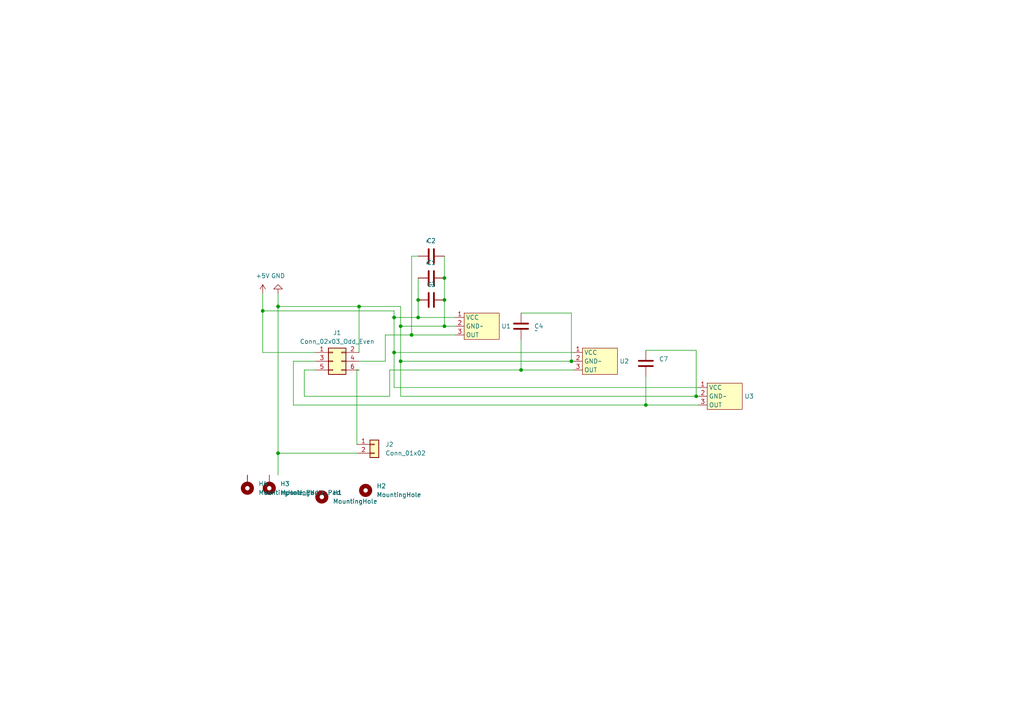
<source format=kicad_sch>
(kicad_sch (version 20230121) (generator eeschema)
  (paper "A4")
  (lib_symbols
    (symbol "Connector_Generic:Conn_01x02" (pin_names (offset 1.016) hide)
      (property "Reference" "J" (at 0 2.54 0))
      (property "Value" "Conn_01x02" (at 0 -5.08 0))
      (symbol "Conn_01x02_1_1"
        (rectangle (start -1.27 -2.413) (end 0 -2.667) (stroke (width 0.1524)))
        (rectangle (start -1.27 0.127) (end 0 -0.127) (stroke (width 0.1524)))
        (rectangle (start -1.27 1.27) (end 1.27 -3.81) (stroke (width 0.254)) (fill (type background)))
        (pin passive line (at -5.08 0 0) (length 3.81) (name "Pin_1") (number "1"))
        (pin passive line (at -5.08 -2.54 0) (length 3.81) (name "Pin_2") (number "2"))
      )
    )
    (symbol "Connector_Generic:Conn_02x03_Odd_Even" (pin_names (offset 1.016) hide)
      (property "Reference" "J" (at 1.27 5.08 0))
      (property "Value" "Conn_02x03_Odd_Even" (at 1.27 -5.08 0))
      (symbol "Conn_02x03_Odd_Even_1_1"
        (rectangle (start -1.27 -2.413) (end 0 -2.667) (stroke (width 0.1524)))
        (rectangle (start -1.27 0.127) (end 0 -0.127) (stroke (width 0.1524)))
        (rectangle (start -1.27 2.667) (end 0 2.413) (stroke (width 0.1524)))
        (rectangle (start -1.27 3.81) (end 3.81 -3.81) (stroke (width 0.254)) (fill (type background)))
        (rectangle (start 3.81 -2.413) (end 2.54 -2.667) (stroke (width 0.1524)))
        (rectangle (start 3.81 0.127) (end 2.54 -0.127) (stroke (width 0.1524)))
        (rectangle (start 3.81 2.667) (end 2.54 2.413) (stroke (width 0.1524)))
        (pin passive line (at -5.08 2.54 0) (length 3.81) (name "Pin_1") (number "1"))
        (pin passive line (at 7.62 2.54 180) (length 3.81) (name "Pin_2") (number "2"))
        (pin passive line (at -5.08 0 0) (length 3.81) (name "Pin_3") (number "3"))
        (pin passive line (at 7.62 0 180) (length 3.81) (name "Pin_4") (number "4"))
        (pin passive line (at -5.08 -2.54 0) (length 3.81) (name "Pin_5") (number "5"))
        (pin passive line (at 7.62 -2.54 180) (length 3.81) (name "Pin_6") (number "6"))
      )
    )
    (symbol "Device:C" (pin_numbers hide) (pin_names (offset 0.254))
      (property "Reference" "C" (at 0.635 2.54 0))
      (property "Value" "C" (at 0.635 -2.54 0))
      (symbol "C_0_1"
        (polyline (pts (xy -2.032 -0.762) (xy 2.032 -0.762)) (stroke (width 0.508)))
        (polyline (pts (xy -2.032 0.762) (xy 2.032 0.762)) (stroke (width 0.508)))
      )
      (symbol "C_1_1"
        (pin passive line (at 0 3.81 270) (length 2.794) (name "~") (number "1"))
        (pin passive line (at 0 -3.81 90) (length 2.794) (name "~") (number "2"))
      )
    )
    (symbol "Mechanical:MountingHole" (pin_names (offset 1.016))
      (property "Reference" "H" (at 0 5.08 0))
      (property "Value" "MountingHole" (at 0 3.175 0))
      (symbol "MountingHole_0_1"
        (circle (center 0 0) (radius 1.27) (stroke (width 1.27)))
      )
    )
    (symbol "Mechanical:MountingHole_Pad" (pin_numbers hide) (pin_names (offset 1.016) hide)
      (property "Reference" "H" (at 0 6.35 0))
      (property "Value" "MountingHole_Pad" (at 0 4.445 0))
      (symbol "MountingHole_Pad_0_1"
        (circle (center 0 1.27) (radius 1.27) (stroke (width 1.27)))
      )
      (symbol "MountingHole_Pad_1_1"
        (pin input line (at 0 -2.54 90) (length 2.54) (name "1") (number "1"))
      )
    )
    (symbol "hall:SS411P"
      (property "Reference" "U" (at -1.27 5.08 0))
      (symbol "SS411P_1_1"
        (rectangle (start -5.08 3.81) (end 5.08 -3.81) (fill (type background)))
        (pin power_in line (at -7.62 2.54 0) (length 2.54) (name "VCC") (number "1"))
        (pin power_in line (at -7.62 0 0) (length 2.54) (name "GND") (number "2"))
        (pin output line (at -7.62 -2.54 0) (length 2.54) (name "OUT") (number "3"))
      )
    )
    (symbol "power:+5V" (power) (pin_names (offset 0))
      (property "Value" "+5V" (at 0 3.556 0))
      (symbol "+5V_0_1"
        (polyline (pts (xy -0.762 1.27) (xy 0 2.54)))
        (polyline (pts (xy 0 0) (xy 0 2.54)))
        (polyline (pts (xy 0 2.54) (xy 0.762 1.27)))
      )
      (symbol "+5V_1_1"
        (pin power_in line (at 0 0 90) (length 0) hide (name "+5V") (number "1"))
      )
    )
    (symbol "power:GND" (power) (pin_names (offset 0))
      (property "Value" "GND" (at 0 -3.81 0))
      (symbol "GND_0_1"
        (polyline (pts (xy 0 0) (xy 0 -1.27) (xy 1.27 -1.27) (xy 0 -2.54) (xy -1.27 -1.27) (xy 0 -1.27)))
      )
      (symbol "GND_1_1"
        (pin power_in line (at 0 0 270) (length 0) hide (name "GND") (number "1"))
      )
    )
  )
  (junction (at 114.3 92.075))
  (junction (at 119.38 97.155))
  (junction (at 116.205 94.615))
  (junction (at 80.645 88.9))
  (junction (at 121.285 86.995))
  (junction (at 121.285 92.075))
  (junction (at 165.735 104.775))
  (junction (at 76.2 90.17))
  (junction (at 114.3 102.235))
  (junction (at 128.905 94.615))
  (junction (at 187.325 117.475))
  (junction (at 128.905 86.995))
  (junction (at 80.645 131.445))
  (junction (at 128.905 80.645))
  (junction (at 104.14 88.9))
  (junction (at 116.205 104.775))
  (junction (at 151.13 107.315))
  (junction (at 201.93 114.935))
  (wire (pts (xy 151.13 98.425) (xy 151.13 107.315)))
  (wire (pts (xy 119.38 74.295) (xy 119.38 97.155)))
  (wire (pts (xy 114.3 92.075) (xy 121.285 92.075)))
  (wire (pts (xy 121.285 86.995) (xy 121.285 92.075)))
  (wire (pts (xy 91.44 102.235) (xy 76.2 102.235)))
  (wire (pts (xy 116.205 114.935) (xy 201.93 114.935)))
  (wire (pts (xy 121.285 80.645) (xy 121.285 86.995)))
  (wire (pts (xy 121.285 74.295) (xy 119.38 74.295)))
  (wire (pts (xy 76.2 90.17) (xy 76.2 85.09)))
  (wire (pts (xy 80.645 137.795) (xy 80.645 131.445)))
  (wire (pts (xy 85.09 117.475) (xy 187.325 117.475)))
  (wire (pts (xy 165.735 104.775) (xy 166.37 104.775)))
  (wire (pts (xy 103.505 107.315) (xy 104.14 107.315)))
  (wire (pts (xy 104.14 104.775) (xy 111.76 104.775)))
  (wire (pts (xy 128.905 74.295) (xy 128.905 80.645)))
  (wire (pts (xy 104.14 102.235) (xy 104.14 88.9)))
  (wire (pts (xy 91.44 107.315) (xy 88.265 107.315)))
  (wire (pts (xy 114.3 102.235) (xy 166.37 102.235)))
  (wire (pts (xy 111.76 104.775) (xy 111.76 97.155)))
  (wire (pts (xy 104.14 88.9) (xy 80.645 88.9)))
  (wire (pts (xy 103.505 128.905) (xy 103.505 107.315)))
  (wire (pts (xy 151.13 90.805) (xy 165.735 90.805)))
  (wire (pts (xy 187.325 101.6) (xy 201.93 101.6)))
  (wire (pts (xy 80.645 131.445) (xy 80.645 88.9)))
  (wire (pts (xy 116.205 94.615) (xy 128.905 94.615)))
  (wire (pts (xy 116.205 104.775) (xy 116.205 114.935)))
  (wire (pts (xy 85.09 104.775) (xy 85.09 117.475)))
  (wire (pts (xy 91.44 104.775) (xy 85.09 104.775)))
  (wire (pts (xy 128.905 80.645) (xy 128.905 86.995)))
  (wire (pts (xy 201.93 114.935) (xy 202.565 114.935)))
  (wire (pts (xy 201.93 101.6) (xy 201.93 114.935)))
  (wire (pts (xy 114.3 102.235) (xy 114.3 92.075)))
  (wire (pts (xy 88.265 107.315) (xy 88.265 114.935)))
  (wire (pts (xy 187.325 109.22) (xy 187.325 117.475)))
  (wire (pts (xy 114.3 112.395) (xy 202.565 112.395)))
  (wire (pts (xy 111.76 97.155) (xy 119.38 97.155)))
  (wire (pts (xy 113.03 107.315) (xy 151.13 107.315)))
  (wire (pts (xy 151.13 107.315) (xy 166.37 107.315)))
  (wire (pts (xy 116.205 94.615) (xy 116.205 104.775)))
  (wire (pts (xy 116.205 104.775) (xy 165.735 104.775)))
  (wire (pts (xy 128.905 94.615) (xy 132.08 94.615)))
  (wire (pts (xy 121.285 92.075) (xy 132.08 92.075)))
  (wire (pts (xy 187.325 117.475) (xy 202.565 117.475)))
  (wire (pts (xy 76.2 102.235) (xy 76.2 90.17)))
  (wire (pts (xy 116.205 88.9) (xy 116.205 94.615)))
  (wire (pts (xy 128.905 86.995) (xy 128.905 94.615)))
  (wire (pts (xy 113.03 114.935) (xy 113.03 107.315)))
  (wire (pts (xy 119.38 97.155) (xy 132.08 97.155)))
  (wire (pts (xy 165.735 104.775) (xy 165.735 90.805)))
  (wire (pts (xy 80.645 88.9) (xy 80.645 85.09)))
  (wire (pts (xy 114.3 92.075) (xy 114.3 90.17)))
  (wire (pts (xy 114.3 90.17) (xy 76.2 90.17)))
  (wire (pts (xy 114.3 102.235) (xy 114.3 112.395)))
  (wire (pts (xy 88.265 114.935) (xy 113.03 114.935)))
  (wire (pts (xy 103.505 131.445) (xy 80.645 131.445)))
  (wire (pts (xy 104.14 88.9) (xy 116.205 88.9)))
  (symbol (lib_id "hall:SS411P") (at 139.7 94.615 0) (unit 1)
    (property "Reference" "U1" (at 145.415 94.615 0) (effects (justify left)))
    (property "Value" "~" (at 139.7 94.615 0))
    (property "Footprint" "Library:TO-92_Inline_30mm_offset" (effects hide))
  )
  (symbol (lib_id "Device:C") (at 187.325 105.41 0) (unit 1)
    (property "Reference" "C7" (at 191.135 104.14 0) (effects (justify left)))
    (property "Value" "10nF" (effects hide))
    (property "Footprint" "Capacitor_SMD:C_0603_1608Metric_Pad1.08x0.95mm_HandSolder" (effects hide))
  )
  (symbol (lib_id "Device:C") (at 125.095 74.295 270) (mirror x) (unit 1)
    (property "Reference" "C2" (at 125.095 69.85 90))
    (property "Value" "~" (at 123.825 70.485 0) (effects (justify left)))
    (property "Footprint" "Capacitor_SMD:C_0603_1608Metric_Pad1.08x0.95mm_HandSolder" (effects hide))
  )
  (symbol (lib_id "power:+5V") (at 76.2 85.09 0) (unit 1)
    (property "Reference" "#PWR01" (effects hide))
    (property "Value" "+5V" (at 76.2 80.01 0))
  )
  (symbol (lib_id "Connector_Generic:Conn_01x02") (at 108.585 128.905 0) (unit 1)
    (property "Reference" "J2" (at 111.76 128.905 0) (effects (justify left)))
    (property "Value" "Conn_01x02" (at 111.76 131.445 0) (effects (justify left)))
    (property "Footprint" "Connector_Wire:SolderWire-0.25sqmm_1x02_P4.2mm_D0.65mm_OD1.7mm" (effects hide))
  )
  (symbol (lib_id "hall:SS411P") (at 173.99 104.775 0) (unit 1)
    (property "Reference" "U2" (at 179.705 104.775 0) (effects (justify left)))
    (property "Value" "~" (at 173.99 104.775 0))
    (property "Footprint" "Library:TO-92_Inline_30mm_offset" (effects hide))
  )
  (symbol (lib_id "Mechanical:MountingHole") (at 106.045 142.24 0) (unit 1)
    (property "Reference" "H2" (at 109.22 140.97 0) (effects (justify left)))
    (property "Value" "MountingHole" (at 109.22 143.51 0) (effects (justify left)))
    (property "Footprint" "MountingHole:MountingHole_2.1mm" (effects hide))
  )
  (symbol (lib_id "Mechanical:MountingHole") (at 93.345 144.145 0) (unit 1)
    (property "Reference" "H1" (at 96.52 142.875 0) (effects (justify left)))
    (property "Value" "MountingHole" (at 96.52 145.415 0) (effects (justify left)))
    (property "Footprint" "MountingHole:MountingHole_2.1mm" (effects hide))
  )
  (symbol (lib_id "Mechanical:MountingHole_Pad") (at 71.755 140.335 180) (unit 1)
    (property "Reference" "H4" (at 74.93 140.335 0) (effects (justify right)))
    (property "Value" "MountingHole_Pad" (at 74.93 142.875 0) (effects (justify right)))
    (property "Footprint" "MountingHole:MountingHole_3.2mm_M3_Pad" (effects hide))
  )
  (symbol (lib_id "hall:SS411P") (at 210.185 114.935 0) (unit 1)
    (property "Reference" "U3" (at 215.9 114.935 0) (effects (justify left)))
    (property "Value" "~" (at 210.185 114.935 0))
    (property "Footprint" "Library:TO-92_Inline_30mm_offset" (effects hide))
  )
  (symbol (lib_id "Mechanical:MountingHole_Pad") (at 78.105 140.335 180) (unit 1)
    (property "Reference" "H3" (at 81.28 140.335 0) (effects (justify right)))
    (property "Value" "MountingHole_Pad" (at 81.28 142.875 0) (effects (justify right)))
    (property "Footprint" "MountingHole:MountingHole_3.2mm_M3_Pad" (effects hide))
  )
  (symbol (lib_id "Connector_Generic:Conn_02x03_Odd_Even") (at 96.52 104.775 0) (unit 1)
    (property "Reference" "J1" (at 97.79 96.52 0))
    (property "Value" "Conn_02x03_Odd_Even" (at 97.79 99.06 0))
    (property "Footprint" "Connector_PinSocket_2.54mm:PinSocket_2x03_P2.54mm_Vertical" (effects hide))
  )
  (symbol (lib_id "Device:C") (at 125.095 86.995 270) (mirror x) (unit 1)
    (property "Reference" "C3" (at 125.095 82.55 90))
    (property "Value" "~" (at 125.095 82.55 90))
    (property "Footprint" "Capacitor_SMD:C_0603_1608Metric_Pad1.08x0.95mm_HandSolder" (effects hide))
  )
  (symbol (lib_id "Device:C") (at 125.095 80.645 270) (mirror x) (unit 1)
    (property "Reference" "C1" (at 125.095 76.2 90))
    (property "Value" "~" (at 123.825 76.835 0) (effects (justify left)))
    (property "Footprint" "Capacitor_SMD:C_0603_1608Metric_Pad1.08x0.95mm_HandSolder" (effects hide))
  )
  (symbol (lib_id "Device:C") (at 151.13 94.615 0) (unit 1)
    (property "Reference" "C4" (at 154.94 94.615 0) (effects (justify left)))
    (property "Value" "~" (at 154.94 95.885 0) (effects (justify left)))
    (property "Footprint" "Capacitor_SMD:C_0603_1608Metric_Pad1.08x0.95mm_HandSolder" (effects hide))
  )
  (symbol (lib_id "power:GND") (at 80.645 85.09 180) (unit 1)
    (property "Reference" "#PWR02" (effects hide))
    (property "Value" "GND" (at 80.645 80.01 0))
  )
)
</source>
